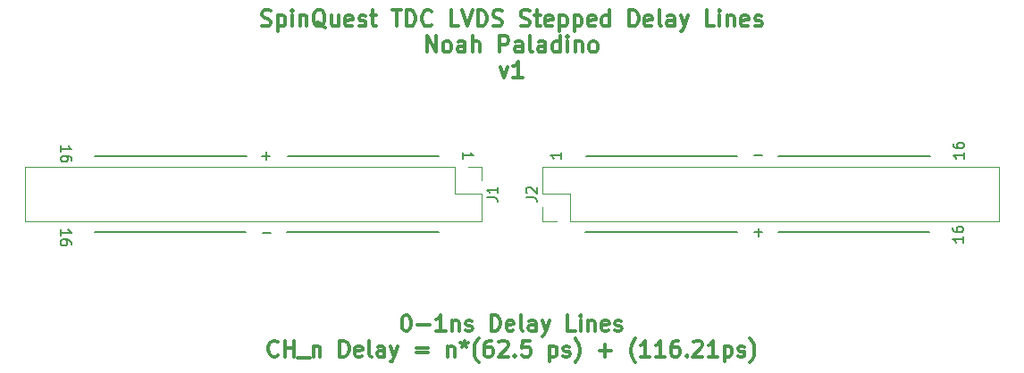
<source format=gbr>
%TF.GenerationSoftware,KiCad,Pcbnew,9.0.0*%
%TF.CreationDate,2025-03-14T15:21:30-04:00*%
%TF.ProjectId,LVDelay,4c564465-6c61-4792-9e6b-696361645f70,rev?*%
%TF.SameCoordinates,Original*%
%TF.FileFunction,Legend,Top*%
%TF.FilePolarity,Positive*%
%FSLAX46Y46*%
G04 Gerber Fmt 4.6, Leading zero omitted, Abs format (unit mm)*
G04 Created by KiCad (PCBNEW 9.0.0) date 2025-03-14 15:21:30*
%MOMM*%
%LPD*%
G01*
G04 APERTURE LIST*
%ADD10C,0.304800*%
%ADD11C,0.300000*%
%ADD12C,0.150000*%
%ADD13C,0.120000*%
G04 APERTURE END LIST*
D10*
X77397428Y-56329055D02*
X77615143Y-56401626D01*
X77615143Y-56401626D02*
X77978000Y-56401626D01*
X77978000Y-56401626D02*
X78123143Y-56329055D01*
X78123143Y-56329055D02*
X78195714Y-56256483D01*
X78195714Y-56256483D02*
X78268285Y-56111340D01*
X78268285Y-56111340D02*
X78268285Y-55966197D01*
X78268285Y-55966197D02*
X78195714Y-55821055D01*
X78195714Y-55821055D02*
X78123143Y-55748483D01*
X78123143Y-55748483D02*
X77978000Y-55675912D01*
X77978000Y-55675912D02*
X77687714Y-55603340D01*
X77687714Y-55603340D02*
X77542571Y-55530769D01*
X77542571Y-55530769D02*
X77470000Y-55458197D01*
X77470000Y-55458197D02*
X77397428Y-55313055D01*
X77397428Y-55313055D02*
X77397428Y-55167912D01*
X77397428Y-55167912D02*
X77470000Y-55022769D01*
X77470000Y-55022769D02*
X77542571Y-54950197D01*
X77542571Y-54950197D02*
X77687714Y-54877626D01*
X77687714Y-54877626D02*
X78050571Y-54877626D01*
X78050571Y-54877626D02*
X78268285Y-54950197D01*
X78921429Y-55385626D02*
X78921429Y-56909626D01*
X78921429Y-55458197D02*
X79066572Y-55385626D01*
X79066572Y-55385626D02*
X79356857Y-55385626D01*
X79356857Y-55385626D02*
X79502000Y-55458197D01*
X79502000Y-55458197D02*
X79574572Y-55530769D01*
X79574572Y-55530769D02*
X79647143Y-55675912D01*
X79647143Y-55675912D02*
X79647143Y-56111340D01*
X79647143Y-56111340D02*
X79574572Y-56256483D01*
X79574572Y-56256483D02*
X79502000Y-56329055D01*
X79502000Y-56329055D02*
X79356857Y-56401626D01*
X79356857Y-56401626D02*
X79066572Y-56401626D01*
X79066572Y-56401626D02*
X78921429Y-56329055D01*
X80300286Y-56401626D02*
X80300286Y-55385626D01*
X80300286Y-54877626D02*
X80227714Y-54950197D01*
X80227714Y-54950197D02*
X80300286Y-55022769D01*
X80300286Y-55022769D02*
X80372857Y-54950197D01*
X80372857Y-54950197D02*
X80300286Y-54877626D01*
X80300286Y-54877626D02*
X80300286Y-55022769D01*
X81026000Y-55385626D02*
X81026000Y-56401626D01*
X81026000Y-55530769D02*
X81098571Y-55458197D01*
X81098571Y-55458197D02*
X81243714Y-55385626D01*
X81243714Y-55385626D02*
X81461428Y-55385626D01*
X81461428Y-55385626D02*
X81606571Y-55458197D01*
X81606571Y-55458197D02*
X81679143Y-55603340D01*
X81679143Y-55603340D02*
X81679143Y-56401626D01*
X83420857Y-56546769D02*
X83275714Y-56474197D01*
X83275714Y-56474197D02*
X83130571Y-56329055D01*
X83130571Y-56329055D02*
X82912857Y-56111340D01*
X82912857Y-56111340D02*
X82767714Y-56038769D01*
X82767714Y-56038769D02*
X82622571Y-56038769D01*
X82695142Y-56401626D02*
X82550000Y-56329055D01*
X82550000Y-56329055D02*
X82404857Y-56183912D01*
X82404857Y-56183912D02*
X82332285Y-55893626D01*
X82332285Y-55893626D02*
X82332285Y-55385626D01*
X82332285Y-55385626D02*
X82404857Y-55095340D01*
X82404857Y-55095340D02*
X82550000Y-54950197D01*
X82550000Y-54950197D02*
X82695142Y-54877626D01*
X82695142Y-54877626D02*
X82985428Y-54877626D01*
X82985428Y-54877626D02*
X83130571Y-54950197D01*
X83130571Y-54950197D02*
X83275714Y-55095340D01*
X83275714Y-55095340D02*
X83348285Y-55385626D01*
X83348285Y-55385626D02*
X83348285Y-55893626D01*
X83348285Y-55893626D02*
X83275714Y-56183912D01*
X83275714Y-56183912D02*
X83130571Y-56329055D01*
X83130571Y-56329055D02*
X82985428Y-56401626D01*
X82985428Y-56401626D02*
X82695142Y-56401626D01*
X84654571Y-55385626D02*
X84654571Y-56401626D01*
X84001428Y-55385626D02*
X84001428Y-56183912D01*
X84001428Y-56183912D02*
X84073999Y-56329055D01*
X84073999Y-56329055D02*
X84219142Y-56401626D01*
X84219142Y-56401626D02*
X84436856Y-56401626D01*
X84436856Y-56401626D02*
X84581999Y-56329055D01*
X84581999Y-56329055D02*
X84654571Y-56256483D01*
X85960856Y-56329055D02*
X85815713Y-56401626D01*
X85815713Y-56401626D02*
X85525428Y-56401626D01*
X85525428Y-56401626D02*
X85380285Y-56329055D01*
X85380285Y-56329055D02*
X85307713Y-56183912D01*
X85307713Y-56183912D02*
X85307713Y-55603340D01*
X85307713Y-55603340D02*
X85380285Y-55458197D01*
X85380285Y-55458197D02*
X85525428Y-55385626D01*
X85525428Y-55385626D02*
X85815713Y-55385626D01*
X85815713Y-55385626D02*
X85960856Y-55458197D01*
X85960856Y-55458197D02*
X86033428Y-55603340D01*
X86033428Y-55603340D02*
X86033428Y-55748483D01*
X86033428Y-55748483D02*
X85307713Y-55893626D01*
X86613999Y-56329055D02*
X86759142Y-56401626D01*
X86759142Y-56401626D02*
X87049428Y-56401626D01*
X87049428Y-56401626D02*
X87194571Y-56329055D01*
X87194571Y-56329055D02*
X87267142Y-56183912D01*
X87267142Y-56183912D02*
X87267142Y-56111340D01*
X87267142Y-56111340D02*
X87194571Y-55966197D01*
X87194571Y-55966197D02*
X87049428Y-55893626D01*
X87049428Y-55893626D02*
X86831714Y-55893626D01*
X86831714Y-55893626D02*
X86686571Y-55821055D01*
X86686571Y-55821055D02*
X86613999Y-55675912D01*
X86613999Y-55675912D02*
X86613999Y-55603340D01*
X86613999Y-55603340D02*
X86686571Y-55458197D01*
X86686571Y-55458197D02*
X86831714Y-55385626D01*
X86831714Y-55385626D02*
X87049428Y-55385626D01*
X87049428Y-55385626D02*
X87194571Y-55458197D01*
X87702570Y-55385626D02*
X88283142Y-55385626D01*
X87920285Y-54877626D02*
X87920285Y-56183912D01*
X87920285Y-56183912D02*
X87992856Y-56329055D01*
X87992856Y-56329055D02*
X88137999Y-56401626D01*
X88137999Y-56401626D02*
X88283142Y-56401626D01*
X89734570Y-54877626D02*
X90605428Y-54877626D01*
X90169999Y-56401626D02*
X90169999Y-54877626D01*
X91113428Y-56401626D02*
X91113428Y-54877626D01*
X91113428Y-54877626D02*
X91476285Y-54877626D01*
X91476285Y-54877626D02*
X91693999Y-54950197D01*
X91693999Y-54950197D02*
X91839142Y-55095340D01*
X91839142Y-55095340D02*
X91911713Y-55240483D01*
X91911713Y-55240483D02*
X91984285Y-55530769D01*
X91984285Y-55530769D02*
X91984285Y-55748483D01*
X91984285Y-55748483D02*
X91911713Y-56038769D01*
X91911713Y-56038769D02*
X91839142Y-56183912D01*
X91839142Y-56183912D02*
X91693999Y-56329055D01*
X91693999Y-56329055D02*
X91476285Y-56401626D01*
X91476285Y-56401626D02*
X91113428Y-56401626D01*
X93508285Y-56256483D02*
X93435713Y-56329055D01*
X93435713Y-56329055D02*
X93217999Y-56401626D01*
X93217999Y-56401626D02*
X93072856Y-56401626D01*
X93072856Y-56401626D02*
X92855142Y-56329055D01*
X92855142Y-56329055D02*
X92709999Y-56183912D01*
X92709999Y-56183912D02*
X92637428Y-56038769D01*
X92637428Y-56038769D02*
X92564856Y-55748483D01*
X92564856Y-55748483D02*
X92564856Y-55530769D01*
X92564856Y-55530769D02*
X92637428Y-55240483D01*
X92637428Y-55240483D02*
X92709999Y-55095340D01*
X92709999Y-55095340D02*
X92855142Y-54950197D01*
X92855142Y-54950197D02*
X93072856Y-54877626D01*
X93072856Y-54877626D02*
X93217999Y-54877626D01*
X93217999Y-54877626D02*
X93435713Y-54950197D01*
X93435713Y-54950197D02*
X93508285Y-55022769D01*
X96048285Y-56401626D02*
X95322571Y-56401626D01*
X95322571Y-56401626D02*
X95322571Y-54877626D01*
X96338570Y-54877626D02*
X96846570Y-56401626D01*
X96846570Y-56401626D02*
X97354570Y-54877626D01*
X97862571Y-56401626D02*
X97862571Y-54877626D01*
X97862571Y-54877626D02*
X98225428Y-54877626D01*
X98225428Y-54877626D02*
X98443142Y-54950197D01*
X98443142Y-54950197D02*
X98588285Y-55095340D01*
X98588285Y-55095340D02*
X98660856Y-55240483D01*
X98660856Y-55240483D02*
X98733428Y-55530769D01*
X98733428Y-55530769D02*
X98733428Y-55748483D01*
X98733428Y-55748483D02*
X98660856Y-56038769D01*
X98660856Y-56038769D02*
X98588285Y-56183912D01*
X98588285Y-56183912D02*
X98443142Y-56329055D01*
X98443142Y-56329055D02*
X98225428Y-56401626D01*
X98225428Y-56401626D02*
X97862571Y-56401626D01*
X99313999Y-56329055D02*
X99531714Y-56401626D01*
X99531714Y-56401626D02*
X99894571Y-56401626D01*
X99894571Y-56401626D02*
X100039714Y-56329055D01*
X100039714Y-56329055D02*
X100112285Y-56256483D01*
X100112285Y-56256483D02*
X100184856Y-56111340D01*
X100184856Y-56111340D02*
X100184856Y-55966197D01*
X100184856Y-55966197D02*
X100112285Y-55821055D01*
X100112285Y-55821055D02*
X100039714Y-55748483D01*
X100039714Y-55748483D02*
X99894571Y-55675912D01*
X99894571Y-55675912D02*
X99604285Y-55603340D01*
X99604285Y-55603340D02*
X99459142Y-55530769D01*
X99459142Y-55530769D02*
X99386571Y-55458197D01*
X99386571Y-55458197D02*
X99313999Y-55313055D01*
X99313999Y-55313055D02*
X99313999Y-55167912D01*
X99313999Y-55167912D02*
X99386571Y-55022769D01*
X99386571Y-55022769D02*
X99459142Y-54950197D01*
X99459142Y-54950197D02*
X99604285Y-54877626D01*
X99604285Y-54877626D02*
X99967142Y-54877626D01*
X99967142Y-54877626D02*
X100184856Y-54950197D01*
X101926571Y-56329055D02*
X102144286Y-56401626D01*
X102144286Y-56401626D02*
X102507143Y-56401626D01*
X102507143Y-56401626D02*
X102652286Y-56329055D01*
X102652286Y-56329055D02*
X102724857Y-56256483D01*
X102724857Y-56256483D02*
X102797428Y-56111340D01*
X102797428Y-56111340D02*
X102797428Y-55966197D01*
X102797428Y-55966197D02*
X102724857Y-55821055D01*
X102724857Y-55821055D02*
X102652286Y-55748483D01*
X102652286Y-55748483D02*
X102507143Y-55675912D01*
X102507143Y-55675912D02*
X102216857Y-55603340D01*
X102216857Y-55603340D02*
X102071714Y-55530769D01*
X102071714Y-55530769D02*
X101999143Y-55458197D01*
X101999143Y-55458197D02*
X101926571Y-55313055D01*
X101926571Y-55313055D02*
X101926571Y-55167912D01*
X101926571Y-55167912D02*
X101999143Y-55022769D01*
X101999143Y-55022769D02*
X102071714Y-54950197D01*
X102071714Y-54950197D02*
X102216857Y-54877626D01*
X102216857Y-54877626D02*
X102579714Y-54877626D01*
X102579714Y-54877626D02*
X102797428Y-54950197D01*
X103232857Y-55385626D02*
X103813429Y-55385626D01*
X103450572Y-54877626D02*
X103450572Y-56183912D01*
X103450572Y-56183912D02*
X103523143Y-56329055D01*
X103523143Y-56329055D02*
X103668286Y-56401626D01*
X103668286Y-56401626D02*
X103813429Y-56401626D01*
X104902000Y-56329055D02*
X104756857Y-56401626D01*
X104756857Y-56401626D02*
X104466572Y-56401626D01*
X104466572Y-56401626D02*
X104321429Y-56329055D01*
X104321429Y-56329055D02*
X104248857Y-56183912D01*
X104248857Y-56183912D02*
X104248857Y-55603340D01*
X104248857Y-55603340D02*
X104321429Y-55458197D01*
X104321429Y-55458197D02*
X104466572Y-55385626D01*
X104466572Y-55385626D02*
X104756857Y-55385626D01*
X104756857Y-55385626D02*
X104902000Y-55458197D01*
X104902000Y-55458197D02*
X104974572Y-55603340D01*
X104974572Y-55603340D02*
X104974572Y-55748483D01*
X104974572Y-55748483D02*
X104248857Y-55893626D01*
X105627715Y-55385626D02*
X105627715Y-56909626D01*
X105627715Y-55458197D02*
X105772858Y-55385626D01*
X105772858Y-55385626D02*
X106063143Y-55385626D01*
X106063143Y-55385626D02*
X106208286Y-55458197D01*
X106208286Y-55458197D02*
X106280858Y-55530769D01*
X106280858Y-55530769D02*
X106353429Y-55675912D01*
X106353429Y-55675912D02*
X106353429Y-56111340D01*
X106353429Y-56111340D02*
X106280858Y-56256483D01*
X106280858Y-56256483D02*
X106208286Y-56329055D01*
X106208286Y-56329055D02*
X106063143Y-56401626D01*
X106063143Y-56401626D02*
X105772858Y-56401626D01*
X105772858Y-56401626D02*
X105627715Y-56329055D01*
X107006572Y-55385626D02*
X107006572Y-56909626D01*
X107006572Y-55458197D02*
X107151715Y-55385626D01*
X107151715Y-55385626D02*
X107442000Y-55385626D01*
X107442000Y-55385626D02*
X107587143Y-55458197D01*
X107587143Y-55458197D02*
X107659715Y-55530769D01*
X107659715Y-55530769D02*
X107732286Y-55675912D01*
X107732286Y-55675912D02*
X107732286Y-56111340D01*
X107732286Y-56111340D02*
X107659715Y-56256483D01*
X107659715Y-56256483D02*
X107587143Y-56329055D01*
X107587143Y-56329055D02*
X107442000Y-56401626D01*
X107442000Y-56401626D02*
X107151715Y-56401626D01*
X107151715Y-56401626D02*
X107006572Y-56329055D01*
X108966000Y-56329055D02*
X108820857Y-56401626D01*
X108820857Y-56401626D02*
X108530572Y-56401626D01*
X108530572Y-56401626D02*
X108385429Y-56329055D01*
X108385429Y-56329055D02*
X108312857Y-56183912D01*
X108312857Y-56183912D02*
X108312857Y-55603340D01*
X108312857Y-55603340D02*
X108385429Y-55458197D01*
X108385429Y-55458197D02*
X108530572Y-55385626D01*
X108530572Y-55385626D02*
X108820857Y-55385626D01*
X108820857Y-55385626D02*
X108966000Y-55458197D01*
X108966000Y-55458197D02*
X109038572Y-55603340D01*
X109038572Y-55603340D02*
X109038572Y-55748483D01*
X109038572Y-55748483D02*
X108312857Y-55893626D01*
X110344858Y-56401626D02*
X110344858Y-54877626D01*
X110344858Y-56329055D02*
X110199715Y-56401626D01*
X110199715Y-56401626D02*
X109909429Y-56401626D01*
X109909429Y-56401626D02*
X109764286Y-56329055D01*
X109764286Y-56329055D02*
X109691715Y-56256483D01*
X109691715Y-56256483D02*
X109619143Y-56111340D01*
X109619143Y-56111340D02*
X109619143Y-55675912D01*
X109619143Y-55675912D02*
X109691715Y-55530769D01*
X109691715Y-55530769D02*
X109764286Y-55458197D01*
X109764286Y-55458197D02*
X109909429Y-55385626D01*
X109909429Y-55385626D02*
X110199715Y-55385626D01*
X110199715Y-55385626D02*
X110344858Y-55458197D01*
X112231715Y-56401626D02*
X112231715Y-54877626D01*
X112231715Y-54877626D02*
X112594572Y-54877626D01*
X112594572Y-54877626D02*
X112812286Y-54950197D01*
X112812286Y-54950197D02*
X112957429Y-55095340D01*
X112957429Y-55095340D02*
X113030000Y-55240483D01*
X113030000Y-55240483D02*
X113102572Y-55530769D01*
X113102572Y-55530769D02*
X113102572Y-55748483D01*
X113102572Y-55748483D02*
X113030000Y-56038769D01*
X113030000Y-56038769D02*
X112957429Y-56183912D01*
X112957429Y-56183912D02*
X112812286Y-56329055D01*
X112812286Y-56329055D02*
X112594572Y-56401626D01*
X112594572Y-56401626D02*
X112231715Y-56401626D01*
X114336286Y-56329055D02*
X114191143Y-56401626D01*
X114191143Y-56401626D02*
X113900858Y-56401626D01*
X113900858Y-56401626D02*
X113755715Y-56329055D01*
X113755715Y-56329055D02*
X113683143Y-56183912D01*
X113683143Y-56183912D02*
X113683143Y-55603340D01*
X113683143Y-55603340D02*
X113755715Y-55458197D01*
X113755715Y-55458197D02*
X113900858Y-55385626D01*
X113900858Y-55385626D02*
X114191143Y-55385626D01*
X114191143Y-55385626D02*
X114336286Y-55458197D01*
X114336286Y-55458197D02*
X114408858Y-55603340D01*
X114408858Y-55603340D02*
X114408858Y-55748483D01*
X114408858Y-55748483D02*
X113683143Y-55893626D01*
X115279715Y-56401626D02*
X115134572Y-56329055D01*
X115134572Y-56329055D02*
X115062001Y-56183912D01*
X115062001Y-56183912D02*
X115062001Y-54877626D01*
X116513430Y-56401626D02*
X116513430Y-55603340D01*
X116513430Y-55603340D02*
X116440858Y-55458197D01*
X116440858Y-55458197D02*
X116295715Y-55385626D01*
X116295715Y-55385626D02*
X116005430Y-55385626D01*
X116005430Y-55385626D02*
X115860287Y-55458197D01*
X116513430Y-56329055D02*
X116368287Y-56401626D01*
X116368287Y-56401626D02*
X116005430Y-56401626D01*
X116005430Y-56401626D02*
X115860287Y-56329055D01*
X115860287Y-56329055D02*
X115787715Y-56183912D01*
X115787715Y-56183912D02*
X115787715Y-56038769D01*
X115787715Y-56038769D02*
X115860287Y-55893626D01*
X115860287Y-55893626D02*
X116005430Y-55821055D01*
X116005430Y-55821055D02*
X116368287Y-55821055D01*
X116368287Y-55821055D02*
X116513430Y-55748483D01*
X117094001Y-55385626D02*
X117456858Y-56401626D01*
X117819715Y-55385626D02*
X117456858Y-56401626D01*
X117456858Y-56401626D02*
X117311715Y-56764483D01*
X117311715Y-56764483D02*
X117239144Y-56837055D01*
X117239144Y-56837055D02*
X117094001Y-56909626D01*
X120287144Y-56401626D02*
X119561430Y-56401626D01*
X119561430Y-56401626D02*
X119561430Y-54877626D01*
X120795144Y-56401626D02*
X120795144Y-55385626D01*
X120795144Y-54877626D02*
X120722572Y-54950197D01*
X120722572Y-54950197D02*
X120795144Y-55022769D01*
X120795144Y-55022769D02*
X120867715Y-54950197D01*
X120867715Y-54950197D02*
X120795144Y-54877626D01*
X120795144Y-54877626D02*
X120795144Y-55022769D01*
X121520858Y-55385626D02*
X121520858Y-56401626D01*
X121520858Y-55530769D02*
X121593429Y-55458197D01*
X121593429Y-55458197D02*
X121738572Y-55385626D01*
X121738572Y-55385626D02*
X121956286Y-55385626D01*
X121956286Y-55385626D02*
X122101429Y-55458197D01*
X122101429Y-55458197D02*
X122174001Y-55603340D01*
X122174001Y-55603340D02*
X122174001Y-56401626D01*
X123480286Y-56329055D02*
X123335143Y-56401626D01*
X123335143Y-56401626D02*
X123044858Y-56401626D01*
X123044858Y-56401626D02*
X122899715Y-56329055D01*
X122899715Y-56329055D02*
X122827143Y-56183912D01*
X122827143Y-56183912D02*
X122827143Y-55603340D01*
X122827143Y-55603340D02*
X122899715Y-55458197D01*
X122899715Y-55458197D02*
X123044858Y-55385626D01*
X123044858Y-55385626D02*
X123335143Y-55385626D01*
X123335143Y-55385626D02*
X123480286Y-55458197D01*
X123480286Y-55458197D02*
X123552858Y-55603340D01*
X123552858Y-55603340D02*
X123552858Y-55748483D01*
X123552858Y-55748483D02*
X122827143Y-55893626D01*
X124133429Y-56329055D02*
X124278572Y-56401626D01*
X124278572Y-56401626D02*
X124568858Y-56401626D01*
X124568858Y-56401626D02*
X124714001Y-56329055D01*
X124714001Y-56329055D02*
X124786572Y-56183912D01*
X124786572Y-56183912D02*
X124786572Y-56111340D01*
X124786572Y-56111340D02*
X124714001Y-55966197D01*
X124714001Y-55966197D02*
X124568858Y-55893626D01*
X124568858Y-55893626D02*
X124351144Y-55893626D01*
X124351144Y-55893626D02*
X124206001Y-55821055D01*
X124206001Y-55821055D02*
X124133429Y-55675912D01*
X124133429Y-55675912D02*
X124133429Y-55603340D01*
X124133429Y-55603340D02*
X124206001Y-55458197D01*
X124206001Y-55458197D02*
X124351144Y-55385626D01*
X124351144Y-55385626D02*
X124568858Y-55385626D01*
X124568858Y-55385626D02*
X124714001Y-55458197D01*
X93036572Y-58855181D02*
X93036572Y-57331181D01*
X93036572Y-57331181D02*
X93907429Y-58855181D01*
X93907429Y-58855181D02*
X93907429Y-57331181D01*
X94850857Y-58855181D02*
X94705714Y-58782610D01*
X94705714Y-58782610D02*
X94633143Y-58710038D01*
X94633143Y-58710038D02*
X94560571Y-58564895D01*
X94560571Y-58564895D02*
X94560571Y-58129467D01*
X94560571Y-58129467D02*
X94633143Y-57984324D01*
X94633143Y-57984324D02*
X94705714Y-57911752D01*
X94705714Y-57911752D02*
X94850857Y-57839181D01*
X94850857Y-57839181D02*
X95068571Y-57839181D01*
X95068571Y-57839181D02*
X95213714Y-57911752D01*
X95213714Y-57911752D02*
X95286286Y-57984324D01*
X95286286Y-57984324D02*
X95358857Y-58129467D01*
X95358857Y-58129467D02*
X95358857Y-58564895D01*
X95358857Y-58564895D02*
X95286286Y-58710038D01*
X95286286Y-58710038D02*
X95213714Y-58782610D01*
X95213714Y-58782610D02*
X95068571Y-58855181D01*
X95068571Y-58855181D02*
X94850857Y-58855181D01*
X96665143Y-58855181D02*
X96665143Y-58056895D01*
X96665143Y-58056895D02*
X96592571Y-57911752D01*
X96592571Y-57911752D02*
X96447428Y-57839181D01*
X96447428Y-57839181D02*
X96157143Y-57839181D01*
X96157143Y-57839181D02*
X96012000Y-57911752D01*
X96665143Y-58782610D02*
X96520000Y-58855181D01*
X96520000Y-58855181D02*
X96157143Y-58855181D01*
X96157143Y-58855181D02*
X96012000Y-58782610D01*
X96012000Y-58782610D02*
X95939428Y-58637467D01*
X95939428Y-58637467D02*
X95939428Y-58492324D01*
X95939428Y-58492324D02*
X96012000Y-58347181D01*
X96012000Y-58347181D02*
X96157143Y-58274610D01*
X96157143Y-58274610D02*
X96520000Y-58274610D01*
X96520000Y-58274610D02*
X96665143Y-58202038D01*
X97390857Y-58855181D02*
X97390857Y-57331181D01*
X98044000Y-58855181D02*
X98044000Y-58056895D01*
X98044000Y-58056895D02*
X97971428Y-57911752D01*
X97971428Y-57911752D02*
X97826285Y-57839181D01*
X97826285Y-57839181D02*
X97608571Y-57839181D01*
X97608571Y-57839181D02*
X97463428Y-57911752D01*
X97463428Y-57911752D02*
X97390857Y-57984324D01*
X99930857Y-58855181D02*
X99930857Y-57331181D01*
X99930857Y-57331181D02*
X100511428Y-57331181D01*
X100511428Y-57331181D02*
X100656571Y-57403752D01*
X100656571Y-57403752D02*
X100729142Y-57476324D01*
X100729142Y-57476324D02*
X100801714Y-57621467D01*
X100801714Y-57621467D02*
X100801714Y-57839181D01*
X100801714Y-57839181D02*
X100729142Y-57984324D01*
X100729142Y-57984324D02*
X100656571Y-58056895D01*
X100656571Y-58056895D02*
X100511428Y-58129467D01*
X100511428Y-58129467D02*
X99930857Y-58129467D01*
X102108000Y-58855181D02*
X102108000Y-58056895D01*
X102108000Y-58056895D02*
X102035428Y-57911752D01*
X102035428Y-57911752D02*
X101890285Y-57839181D01*
X101890285Y-57839181D02*
X101600000Y-57839181D01*
X101600000Y-57839181D02*
X101454857Y-57911752D01*
X102108000Y-58782610D02*
X101962857Y-58855181D01*
X101962857Y-58855181D02*
X101600000Y-58855181D01*
X101600000Y-58855181D02*
X101454857Y-58782610D01*
X101454857Y-58782610D02*
X101382285Y-58637467D01*
X101382285Y-58637467D02*
X101382285Y-58492324D01*
X101382285Y-58492324D02*
X101454857Y-58347181D01*
X101454857Y-58347181D02*
X101600000Y-58274610D01*
X101600000Y-58274610D02*
X101962857Y-58274610D01*
X101962857Y-58274610D02*
X102108000Y-58202038D01*
X103051428Y-58855181D02*
X102906285Y-58782610D01*
X102906285Y-58782610D02*
X102833714Y-58637467D01*
X102833714Y-58637467D02*
X102833714Y-57331181D01*
X104285143Y-58855181D02*
X104285143Y-58056895D01*
X104285143Y-58056895D02*
X104212571Y-57911752D01*
X104212571Y-57911752D02*
X104067428Y-57839181D01*
X104067428Y-57839181D02*
X103777143Y-57839181D01*
X103777143Y-57839181D02*
X103632000Y-57911752D01*
X104285143Y-58782610D02*
X104140000Y-58855181D01*
X104140000Y-58855181D02*
X103777143Y-58855181D01*
X103777143Y-58855181D02*
X103632000Y-58782610D01*
X103632000Y-58782610D02*
X103559428Y-58637467D01*
X103559428Y-58637467D02*
X103559428Y-58492324D01*
X103559428Y-58492324D02*
X103632000Y-58347181D01*
X103632000Y-58347181D02*
X103777143Y-58274610D01*
X103777143Y-58274610D02*
X104140000Y-58274610D01*
X104140000Y-58274610D02*
X104285143Y-58202038D01*
X105664000Y-58855181D02*
X105664000Y-57331181D01*
X105664000Y-58782610D02*
X105518857Y-58855181D01*
X105518857Y-58855181D02*
X105228571Y-58855181D01*
X105228571Y-58855181D02*
X105083428Y-58782610D01*
X105083428Y-58782610D02*
X105010857Y-58710038D01*
X105010857Y-58710038D02*
X104938285Y-58564895D01*
X104938285Y-58564895D02*
X104938285Y-58129467D01*
X104938285Y-58129467D02*
X105010857Y-57984324D01*
X105010857Y-57984324D02*
X105083428Y-57911752D01*
X105083428Y-57911752D02*
X105228571Y-57839181D01*
X105228571Y-57839181D02*
X105518857Y-57839181D01*
X105518857Y-57839181D02*
X105664000Y-57911752D01*
X106389714Y-58855181D02*
X106389714Y-57839181D01*
X106389714Y-57331181D02*
X106317142Y-57403752D01*
X106317142Y-57403752D02*
X106389714Y-57476324D01*
X106389714Y-57476324D02*
X106462285Y-57403752D01*
X106462285Y-57403752D02*
X106389714Y-57331181D01*
X106389714Y-57331181D02*
X106389714Y-57476324D01*
X107115428Y-57839181D02*
X107115428Y-58855181D01*
X107115428Y-57984324D02*
X107187999Y-57911752D01*
X107187999Y-57911752D02*
X107333142Y-57839181D01*
X107333142Y-57839181D02*
X107550856Y-57839181D01*
X107550856Y-57839181D02*
X107695999Y-57911752D01*
X107695999Y-57911752D02*
X107768571Y-58056895D01*
X107768571Y-58056895D02*
X107768571Y-58855181D01*
X108711999Y-58855181D02*
X108566856Y-58782610D01*
X108566856Y-58782610D02*
X108494285Y-58710038D01*
X108494285Y-58710038D02*
X108421713Y-58564895D01*
X108421713Y-58564895D02*
X108421713Y-58129467D01*
X108421713Y-58129467D02*
X108494285Y-57984324D01*
X108494285Y-57984324D02*
X108566856Y-57911752D01*
X108566856Y-57911752D02*
X108711999Y-57839181D01*
X108711999Y-57839181D02*
X108929713Y-57839181D01*
X108929713Y-57839181D02*
X109074856Y-57911752D01*
X109074856Y-57911752D02*
X109147428Y-57984324D01*
X109147428Y-57984324D02*
X109219999Y-58129467D01*
X109219999Y-58129467D02*
X109219999Y-58564895D01*
X109219999Y-58564895D02*
X109147428Y-58710038D01*
X109147428Y-58710038D02*
X109074856Y-58782610D01*
X109074856Y-58782610D02*
X108929713Y-58855181D01*
X108929713Y-58855181D02*
X108711999Y-58855181D01*
X100003428Y-60292736D02*
X100366285Y-61308736D01*
X100366285Y-61308736D02*
X100729142Y-60292736D01*
X102107999Y-61308736D02*
X101237142Y-61308736D01*
X101672571Y-61308736D02*
X101672571Y-59784736D01*
X101672571Y-59784736D02*
X101527428Y-60002450D01*
X101527428Y-60002450D02*
X101382285Y-60147593D01*
X101382285Y-60147593D02*
X101237142Y-60220165D01*
D11*
X91020572Y-83822870D02*
X91163429Y-83822870D01*
X91163429Y-83822870D02*
X91306286Y-83894299D01*
X91306286Y-83894299D02*
X91377715Y-83965727D01*
X91377715Y-83965727D02*
X91449143Y-84108584D01*
X91449143Y-84108584D02*
X91520572Y-84394299D01*
X91520572Y-84394299D02*
X91520572Y-84751442D01*
X91520572Y-84751442D02*
X91449143Y-85037156D01*
X91449143Y-85037156D02*
X91377715Y-85180013D01*
X91377715Y-85180013D02*
X91306286Y-85251442D01*
X91306286Y-85251442D02*
X91163429Y-85322870D01*
X91163429Y-85322870D02*
X91020572Y-85322870D01*
X91020572Y-85322870D02*
X90877715Y-85251442D01*
X90877715Y-85251442D02*
X90806286Y-85180013D01*
X90806286Y-85180013D02*
X90734857Y-85037156D01*
X90734857Y-85037156D02*
X90663429Y-84751442D01*
X90663429Y-84751442D02*
X90663429Y-84394299D01*
X90663429Y-84394299D02*
X90734857Y-84108584D01*
X90734857Y-84108584D02*
X90806286Y-83965727D01*
X90806286Y-83965727D02*
X90877715Y-83894299D01*
X90877715Y-83894299D02*
X91020572Y-83822870D01*
X92163428Y-84751442D02*
X93306286Y-84751442D01*
X94806286Y-85322870D02*
X93949143Y-85322870D01*
X94377714Y-85322870D02*
X94377714Y-83822870D01*
X94377714Y-83822870D02*
X94234857Y-84037156D01*
X94234857Y-84037156D02*
X94092000Y-84180013D01*
X94092000Y-84180013D02*
X93949143Y-84251442D01*
X95449142Y-84322870D02*
X95449142Y-85322870D01*
X95449142Y-84465727D02*
X95520571Y-84394299D01*
X95520571Y-84394299D02*
X95663428Y-84322870D01*
X95663428Y-84322870D02*
X95877714Y-84322870D01*
X95877714Y-84322870D02*
X96020571Y-84394299D01*
X96020571Y-84394299D02*
X96092000Y-84537156D01*
X96092000Y-84537156D02*
X96092000Y-85322870D01*
X96734857Y-85251442D02*
X96877714Y-85322870D01*
X96877714Y-85322870D02*
X97163428Y-85322870D01*
X97163428Y-85322870D02*
X97306285Y-85251442D01*
X97306285Y-85251442D02*
X97377714Y-85108584D01*
X97377714Y-85108584D02*
X97377714Y-85037156D01*
X97377714Y-85037156D02*
X97306285Y-84894299D01*
X97306285Y-84894299D02*
X97163428Y-84822870D01*
X97163428Y-84822870D02*
X96949143Y-84822870D01*
X96949143Y-84822870D02*
X96806285Y-84751442D01*
X96806285Y-84751442D02*
X96734857Y-84608584D01*
X96734857Y-84608584D02*
X96734857Y-84537156D01*
X96734857Y-84537156D02*
X96806285Y-84394299D01*
X96806285Y-84394299D02*
X96949143Y-84322870D01*
X96949143Y-84322870D02*
X97163428Y-84322870D01*
X97163428Y-84322870D02*
X97306285Y-84394299D01*
X99163428Y-85322870D02*
X99163428Y-83822870D01*
X99163428Y-83822870D02*
X99520571Y-83822870D01*
X99520571Y-83822870D02*
X99734857Y-83894299D01*
X99734857Y-83894299D02*
X99877714Y-84037156D01*
X99877714Y-84037156D02*
X99949143Y-84180013D01*
X99949143Y-84180013D02*
X100020571Y-84465727D01*
X100020571Y-84465727D02*
X100020571Y-84680013D01*
X100020571Y-84680013D02*
X99949143Y-84965727D01*
X99949143Y-84965727D02*
X99877714Y-85108584D01*
X99877714Y-85108584D02*
X99734857Y-85251442D01*
X99734857Y-85251442D02*
X99520571Y-85322870D01*
X99520571Y-85322870D02*
X99163428Y-85322870D01*
X101234857Y-85251442D02*
X101092000Y-85322870D01*
X101092000Y-85322870D02*
X100806286Y-85322870D01*
X100806286Y-85322870D02*
X100663428Y-85251442D01*
X100663428Y-85251442D02*
X100592000Y-85108584D01*
X100592000Y-85108584D02*
X100592000Y-84537156D01*
X100592000Y-84537156D02*
X100663428Y-84394299D01*
X100663428Y-84394299D02*
X100806286Y-84322870D01*
X100806286Y-84322870D02*
X101092000Y-84322870D01*
X101092000Y-84322870D02*
X101234857Y-84394299D01*
X101234857Y-84394299D02*
X101306286Y-84537156D01*
X101306286Y-84537156D02*
X101306286Y-84680013D01*
X101306286Y-84680013D02*
X100592000Y-84822870D01*
X102163428Y-85322870D02*
X102020571Y-85251442D01*
X102020571Y-85251442D02*
X101949142Y-85108584D01*
X101949142Y-85108584D02*
X101949142Y-83822870D01*
X103377714Y-85322870D02*
X103377714Y-84537156D01*
X103377714Y-84537156D02*
X103306285Y-84394299D01*
X103306285Y-84394299D02*
X103163428Y-84322870D01*
X103163428Y-84322870D02*
X102877714Y-84322870D01*
X102877714Y-84322870D02*
X102734856Y-84394299D01*
X103377714Y-85251442D02*
X103234856Y-85322870D01*
X103234856Y-85322870D02*
X102877714Y-85322870D01*
X102877714Y-85322870D02*
X102734856Y-85251442D01*
X102734856Y-85251442D02*
X102663428Y-85108584D01*
X102663428Y-85108584D02*
X102663428Y-84965727D01*
X102663428Y-84965727D02*
X102734856Y-84822870D01*
X102734856Y-84822870D02*
X102877714Y-84751442D01*
X102877714Y-84751442D02*
X103234856Y-84751442D01*
X103234856Y-84751442D02*
X103377714Y-84680013D01*
X103949142Y-84322870D02*
X104306285Y-85322870D01*
X104663428Y-84322870D02*
X104306285Y-85322870D01*
X104306285Y-85322870D02*
X104163428Y-85680013D01*
X104163428Y-85680013D02*
X104091999Y-85751442D01*
X104091999Y-85751442D02*
X103949142Y-85822870D01*
X107091999Y-85322870D02*
X106377713Y-85322870D01*
X106377713Y-85322870D02*
X106377713Y-83822870D01*
X107591999Y-85322870D02*
X107591999Y-84322870D01*
X107591999Y-83822870D02*
X107520571Y-83894299D01*
X107520571Y-83894299D02*
X107591999Y-83965727D01*
X107591999Y-83965727D02*
X107663428Y-83894299D01*
X107663428Y-83894299D02*
X107591999Y-83822870D01*
X107591999Y-83822870D02*
X107591999Y-83965727D01*
X108306285Y-84322870D02*
X108306285Y-85322870D01*
X108306285Y-84465727D02*
X108377714Y-84394299D01*
X108377714Y-84394299D02*
X108520571Y-84322870D01*
X108520571Y-84322870D02*
X108734857Y-84322870D01*
X108734857Y-84322870D02*
X108877714Y-84394299D01*
X108877714Y-84394299D02*
X108949143Y-84537156D01*
X108949143Y-84537156D02*
X108949143Y-85322870D01*
X110234857Y-85251442D02*
X110092000Y-85322870D01*
X110092000Y-85322870D02*
X109806286Y-85322870D01*
X109806286Y-85322870D02*
X109663428Y-85251442D01*
X109663428Y-85251442D02*
X109592000Y-85108584D01*
X109592000Y-85108584D02*
X109592000Y-84537156D01*
X109592000Y-84537156D02*
X109663428Y-84394299D01*
X109663428Y-84394299D02*
X109806286Y-84322870D01*
X109806286Y-84322870D02*
X110092000Y-84322870D01*
X110092000Y-84322870D02*
X110234857Y-84394299D01*
X110234857Y-84394299D02*
X110306286Y-84537156D01*
X110306286Y-84537156D02*
X110306286Y-84680013D01*
X110306286Y-84680013D02*
X109592000Y-84822870D01*
X110877714Y-85251442D02*
X111020571Y-85322870D01*
X111020571Y-85322870D02*
X111306285Y-85322870D01*
X111306285Y-85322870D02*
X111449142Y-85251442D01*
X111449142Y-85251442D02*
X111520571Y-85108584D01*
X111520571Y-85108584D02*
X111520571Y-85037156D01*
X111520571Y-85037156D02*
X111449142Y-84894299D01*
X111449142Y-84894299D02*
X111306285Y-84822870D01*
X111306285Y-84822870D02*
X111092000Y-84822870D01*
X111092000Y-84822870D02*
X110949142Y-84751442D01*
X110949142Y-84751442D02*
X110877714Y-84608584D01*
X110877714Y-84608584D02*
X110877714Y-84537156D01*
X110877714Y-84537156D02*
X110949142Y-84394299D01*
X110949142Y-84394299D02*
X111092000Y-84322870D01*
X111092000Y-84322870D02*
X111306285Y-84322870D01*
X111306285Y-84322870D02*
X111449142Y-84394299D01*
X78949144Y-87594929D02*
X78877716Y-87666358D01*
X78877716Y-87666358D02*
X78663430Y-87737786D01*
X78663430Y-87737786D02*
X78520573Y-87737786D01*
X78520573Y-87737786D02*
X78306287Y-87666358D01*
X78306287Y-87666358D02*
X78163430Y-87523500D01*
X78163430Y-87523500D02*
X78092001Y-87380643D01*
X78092001Y-87380643D02*
X78020573Y-87094929D01*
X78020573Y-87094929D02*
X78020573Y-86880643D01*
X78020573Y-86880643D02*
X78092001Y-86594929D01*
X78092001Y-86594929D02*
X78163430Y-86452072D01*
X78163430Y-86452072D02*
X78306287Y-86309215D01*
X78306287Y-86309215D02*
X78520573Y-86237786D01*
X78520573Y-86237786D02*
X78663430Y-86237786D01*
X78663430Y-86237786D02*
X78877716Y-86309215D01*
X78877716Y-86309215D02*
X78949144Y-86380643D01*
X79592001Y-87737786D02*
X79592001Y-86237786D01*
X79592001Y-86952072D02*
X80449144Y-86952072D01*
X80449144Y-87737786D02*
X80449144Y-86237786D01*
X80806288Y-87880643D02*
X81949145Y-87880643D01*
X82306287Y-86737786D02*
X82306287Y-87737786D01*
X82306287Y-86880643D02*
X82377716Y-86809215D01*
X82377716Y-86809215D02*
X82520573Y-86737786D01*
X82520573Y-86737786D02*
X82734859Y-86737786D01*
X82734859Y-86737786D02*
X82877716Y-86809215D01*
X82877716Y-86809215D02*
X82949145Y-86952072D01*
X82949145Y-86952072D02*
X82949145Y-87737786D01*
X84806287Y-87737786D02*
X84806287Y-86237786D01*
X84806287Y-86237786D02*
X85163430Y-86237786D01*
X85163430Y-86237786D02*
X85377716Y-86309215D01*
X85377716Y-86309215D02*
X85520573Y-86452072D01*
X85520573Y-86452072D02*
X85592002Y-86594929D01*
X85592002Y-86594929D02*
X85663430Y-86880643D01*
X85663430Y-86880643D02*
X85663430Y-87094929D01*
X85663430Y-87094929D02*
X85592002Y-87380643D01*
X85592002Y-87380643D02*
X85520573Y-87523500D01*
X85520573Y-87523500D02*
X85377716Y-87666358D01*
X85377716Y-87666358D02*
X85163430Y-87737786D01*
X85163430Y-87737786D02*
X84806287Y-87737786D01*
X86877716Y-87666358D02*
X86734859Y-87737786D01*
X86734859Y-87737786D02*
X86449145Y-87737786D01*
X86449145Y-87737786D02*
X86306287Y-87666358D01*
X86306287Y-87666358D02*
X86234859Y-87523500D01*
X86234859Y-87523500D02*
X86234859Y-86952072D01*
X86234859Y-86952072D02*
X86306287Y-86809215D01*
X86306287Y-86809215D02*
X86449145Y-86737786D01*
X86449145Y-86737786D02*
X86734859Y-86737786D01*
X86734859Y-86737786D02*
X86877716Y-86809215D01*
X86877716Y-86809215D02*
X86949145Y-86952072D01*
X86949145Y-86952072D02*
X86949145Y-87094929D01*
X86949145Y-87094929D02*
X86234859Y-87237786D01*
X87806287Y-87737786D02*
X87663430Y-87666358D01*
X87663430Y-87666358D02*
X87592001Y-87523500D01*
X87592001Y-87523500D02*
X87592001Y-86237786D01*
X89020573Y-87737786D02*
X89020573Y-86952072D01*
X89020573Y-86952072D02*
X88949144Y-86809215D01*
X88949144Y-86809215D02*
X88806287Y-86737786D01*
X88806287Y-86737786D02*
X88520573Y-86737786D01*
X88520573Y-86737786D02*
X88377715Y-86809215D01*
X89020573Y-87666358D02*
X88877715Y-87737786D01*
X88877715Y-87737786D02*
X88520573Y-87737786D01*
X88520573Y-87737786D02*
X88377715Y-87666358D01*
X88377715Y-87666358D02*
X88306287Y-87523500D01*
X88306287Y-87523500D02*
X88306287Y-87380643D01*
X88306287Y-87380643D02*
X88377715Y-87237786D01*
X88377715Y-87237786D02*
X88520573Y-87166358D01*
X88520573Y-87166358D02*
X88877715Y-87166358D01*
X88877715Y-87166358D02*
X89020573Y-87094929D01*
X89592001Y-86737786D02*
X89949144Y-87737786D01*
X90306287Y-86737786D02*
X89949144Y-87737786D01*
X89949144Y-87737786D02*
X89806287Y-88094929D01*
X89806287Y-88094929D02*
X89734858Y-88166358D01*
X89734858Y-88166358D02*
X89592001Y-88237786D01*
X92020572Y-86952072D02*
X93163430Y-86952072D01*
X93163430Y-87380643D02*
X92020572Y-87380643D01*
X95020572Y-86737786D02*
X95020572Y-87737786D01*
X95020572Y-86880643D02*
X95092001Y-86809215D01*
X95092001Y-86809215D02*
X95234858Y-86737786D01*
X95234858Y-86737786D02*
X95449144Y-86737786D01*
X95449144Y-86737786D02*
X95592001Y-86809215D01*
X95592001Y-86809215D02*
X95663430Y-86952072D01*
X95663430Y-86952072D02*
X95663430Y-87737786D01*
X96592001Y-86237786D02*
X96592001Y-86594929D01*
X96234858Y-86452072D02*
X96592001Y-86594929D01*
X96592001Y-86594929D02*
X96949144Y-86452072D01*
X96377715Y-86880643D02*
X96592001Y-86594929D01*
X96592001Y-86594929D02*
X96806287Y-86880643D01*
X97949144Y-88309215D02*
X97877715Y-88237786D01*
X97877715Y-88237786D02*
X97734858Y-88023500D01*
X97734858Y-88023500D02*
X97663430Y-87880643D01*
X97663430Y-87880643D02*
X97592001Y-87666358D01*
X97592001Y-87666358D02*
X97520572Y-87309215D01*
X97520572Y-87309215D02*
X97520572Y-87023500D01*
X97520572Y-87023500D02*
X97592001Y-86666358D01*
X97592001Y-86666358D02*
X97663430Y-86452072D01*
X97663430Y-86452072D02*
X97734858Y-86309215D01*
X97734858Y-86309215D02*
X97877715Y-86094929D01*
X97877715Y-86094929D02*
X97949144Y-86023500D01*
X99163430Y-86237786D02*
X98877715Y-86237786D01*
X98877715Y-86237786D02*
X98734858Y-86309215D01*
X98734858Y-86309215D02*
X98663430Y-86380643D01*
X98663430Y-86380643D02*
X98520572Y-86594929D01*
X98520572Y-86594929D02*
X98449144Y-86880643D01*
X98449144Y-86880643D02*
X98449144Y-87452072D01*
X98449144Y-87452072D02*
X98520572Y-87594929D01*
X98520572Y-87594929D02*
X98592001Y-87666358D01*
X98592001Y-87666358D02*
X98734858Y-87737786D01*
X98734858Y-87737786D02*
X99020572Y-87737786D01*
X99020572Y-87737786D02*
X99163430Y-87666358D01*
X99163430Y-87666358D02*
X99234858Y-87594929D01*
X99234858Y-87594929D02*
X99306287Y-87452072D01*
X99306287Y-87452072D02*
X99306287Y-87094929D01*
X99306287Y-87094929D02*
X99234858Y-86952072D01*
X99234858Y-86952072D02*
X99163430Y-86880643D01*
X99163430Y-86880643D02*
X99020572Y-86809215D01*
X99020572Y-86809215D02*
X98734858Y-86809215D01*
X98734858Y-86809215D02*
X98592001Y-86880643D01*
X98592001Y-86880643D02*
X98520572Y-86952072D01*
X98520572Y-86952072D02*
X98449144Y-87094929D01*
X99877715Y-86380643D02*
X99949143Y-86309215D01*
X99949143Y-86309215D02*
X100092001Y-86237786D01*
X100092001Y-86237786D02*
X100449143Y-86237786D01*
X100449143Y-86237786D02*
X100592001Y-86309215D01*
X100592001Y-86309215D02*
X100663429Y-86380643D01*
X100663429Y-86380643D02*
X100734858Y-86523500D01*
X100734858Y-86523500D02*
X100734858Y-86666358D01*
X100734858Y-86666358D02*
X100663429Y-86880643D01*
X100663429Y-86880643D02*
X99806286Y-87737786D01*
X99806286Y-87737786D02*
X100734858Y-87737786D01*
X101377714Y-87594929D02*
X101449143Y-87666358D01*
X101449143Y-87666358D02*
X101377714Y-87737786D01*
X101377714Y-87737786D02*
X101306286Y-87666358D01*
X101306286Y-87666358D02*
X101377714Y-87594929D01*
X101377714Y-87594929D02*
X101377714Y-87737786D01*
X102806286Y-86237786D02*
X102092000Y-86237786D01*
X102092000Y-86237786D02*
X102020572Y-86952072D01*
X102020572Y-86952072D02*
X102092000Y-86880643D01*
X102092000Y-86880643D02*
X102234858Y-86809215D01*
X102234858Y-86809215D02*
X102592000Y-86809215D01*
X102592000Y-86809215D02*
X102734858Y-86880643D01*
X102734858Y-86880643D02*
X102806286Y-86952072D01*
X102806286Y-86952072D02*
X102877715Y-87094929D01*
X102877715Y-87094929D02*
X102877715Y-87452072D01*
X102877715Y-87452072D02*
X102806286Y-87594929D01*
X102806286Y-87594929D02*
X102734858Y-87666358D01*
X102734858Y-87666358D02*
X102592000Y-87737786D01*
X102592000Y-87737786D02*
X102234858Y-87737786D01*
X102234858Y-87737786D02*
X102092000Y-87666358D01*
X102092000Y-87666358D02*
X102020572Y-87594929D01*
X104663428Y-86737786D02*
X104663428Y-88237786D01*
X104663428Y-86809215D02*
X104806286Y-86737786D01*
X104806286Y-86737786D02*
X105092000Y-86737786D01*
X105092000Y-86737786D02*
X105234857Y-86809215D01*
X105234857Y-86809215D02*
X105306286Y-86880643D01*
X105306286Y-86880643D02*
X105377714Y-87023500D01*
X105377714Y-87023500D02*
X105377714Y-87452072D01*
X105377714Y-87452072D02*
X105306286Y-87594929D01*
X105306286Y-87594929D02*
X105234857Y-87666358D01*
X105234857Y-87666358D02*
X105092000Y-87737786D01*
X105092000Y-87737786D02*
X104806286Y-87737786D01*
X104806286Y-87737786D02*
X104663428Y-87666358D01*
X105949143Y-87666358D02*
X106092000Y-87737786D01*
X106092000Y-87737786D02*
X106377714Y-87737786D01*
X106377714Y-87737786D02*
X106520571Y-87666358D01*
X106520571Y-87666358D02*
X106592000Y-87523500D01*
X106592000Y-87523500D02*
X106592000Y-87452072D01*
X106592000Y-87452072D02*
X106520571Y-87309215D01*
X106520571Y-87309215D02*
X106377714Y-87237786D01*
X106377714Y-87237786D02*
X106163429Y-87237786D01*
X106163429Y-87237786D02*
X106020571Y-87166358D01*
X106020571Y-87166358D02*
X105949143Y-87023500D01*
X105949143Y-87023500D02*
X105949143Y-86952072D01*
X105949143Y-86952072D02*
X106020571Y-86809215D01*
X106020571Y-86809215D02*
X106163429Y-86737786D01*
X106163429Y-86737786D02*
X106377714Y-86737786D01*
X106377714Y-86737786D02*
X106520571Y-86809215D01*
X107092000Y-88309215D02*
X107163429Y-88237786D01*
X107163429Y-88237786D02*
X107306286Y-88023500D01*
X107306286Y-88023500D02*
X107377715Y-87880643D01*
X107377715Y-87880643D02*
X107449143Y-87666358D01*
X107449143Y-87666358D02*
X107520572Y-87309215D01*
X107520572Y-87309215D02*
X107520572Y-87023500D01*
X107520572Y-87023500D02*
X107449143Y-86666358D01*
X107449143Y-86666358D02*
X107377715Y-86452072D01*
X107377715Y-86452072D02*
X107306286Y-86309215D01*
X107306286Y-86309215D02*
X107163429Y-86094929D01*
X107163429Y-86094929D02*
X107092000Y-86023500D01*
X109377714Y-87166358D02*
X110520572Y-87166358D01*
X109949143Y-87737786D02*
X109949143Y-86594929D01*
X112806286Y-88309215D02*
X112734857Y-88237786D01*
X112734857Y-88237786D02*
X112592000Y-88023500D01*
X112592000Y-88023500D02*
X112520572Y-87880643D01*
X112520572Y-87880643D02*
X112449143Y-87666358D01*
X112449143Y-87666358D02*
X112377714Y-87309215D01*
X112377714Y-87309215D02*
X112377714Y-87023500D01*
X112377714Y-87023500D02*
X112449143Y-86666358D01*
X112449143Y-86666358D02*
X112520572Y-86452072D01*
X112520572Y-86452072D02*
X112592000Y-86309215D01*
X112592000Y-86309215D02*
X112734857Y-86094929D01*
X112734857Y-86094929D02*
X112806286Y-86023500D01*
X114163429Y-87737786D02*
X113306286Y-87737786D01*
X113734857Y-87737786D02*
X113734857Y-86237786D01*
X113734857Y-86237786D02*
X113592000Y-86452072D01*
X113592000Y-86452072D02*
X113449143Y-86594929D01*
X113449143Y-86594929D02*
X113306286Y-86666358D01*
X115592000Y-87737786D02*
X114734857Y-87737786D01*
X115163428Y-87737786D02*
X115163428Y-86237786D01*
X115163428Y-86237786D02*
X115020571Y-86452072D01*
X115020571Y-86452072D02*
X114877714Y-86594929D01*
X114877714Y-86594929D02*
X114734857Y-86666358D01*
X116877714Y-86237786D02*
X116591999Y-86237786D01*
X116591999Y-86237786D02*
X116449142Y-86309215D01*
X116449142Y-86309215D02*
X116377714Y-86380643D01*
X116377714Y-86380643D02*
X116234856Y-86594929D01*
X116234856Y-86594929D02*
X116163428Y-86880643D01*
X116163428Y-86880643D02*
X116163428Y-87452072D01*
X116163428Y-87452072D02*
X116234856Y-87594929D01*
X116234856Y-87594929D02*
X116306285Y-87666358D01*
X116306285Y-87666358D02*
X116449142Y-87737786D01*
X116449142Y-87737786D02*
X116734856Y-87737786D01*
X116734856Y-87737786D02*
X116877714Y-87666358D01*
X116877714Y-87666358D02*
X116949142Y-87594929D01*
X116949142Y-87594929D02*
X117020571Y-87452072D01*
X117020571Y-87452072D02*
X117020571Y-87094929D01*
X117020571Y-87094929D02*
X116949142Y-86952072D01*
X116949142Y-86952072D02*
X116877714Y-86880643D01*
X116877714Y-86880643D02*
X116734856Y-86809215D01*
X116734856Y-86809215D02*
X116449142Y-86809215D01*
X116449142Y-86809215D02*
X116306285Y-86880643D01*
X116306285Y-86880643D02*
X116234856Y-86952072D01*
X116234856Y-86952072D02*
X116163428Y-87094929D01*
X117663427Y-87594929D02*
X117734856Y-87666358D01*
X117734856Y-87666358D02*
X117663427Y-87737786D01*
X117663427Y-87737786D02*
X117591999Y-87666358D01*
X117591999Y-87666358D02*
X117663427Y-87594929D01*
X117663427Y-87594929D02*
X117663427Y-87737786D01*
X118306285Y-86380643D02*
X118377713Y-86309215D01*
X118377713Y-86309215D02*
X118520571Y-86237786D01*
X118520571Y-86237786D02*
X118877713Y-86237786D01*
X118877713Y-86237786D02*
X119020571Y-86309215D01*
X119020571Y-86309215D02*
X119091999Y-86380643D01*
X119091999Y-86380643D02*
X119163428Y-86523500D01*
X119163428Y-86523500D02*
X119163428Y-86666358D01*
X119163428Y-86666358D02*
X119091999Y-86880643D01*
X119091999Y-86880643D02*
X118234856Y-87737786D01*
X118234856Y-87737786D02*
X119163428Y-87737786D01*
X120591999Y-87737786D02*
X119734856Y-87737786D01*
X120163427Y-87737786D02*
X120163427Y-86237786D01*
X120163427Y-86237786D02*
X120020570Y-86452072D01*
X120020570Y-86452072D02*
X119877713Y-86594929D01*
X119877713Y-86594929D02*
X119734856Y-86666358D01*
X121234855Y-86737786D02*
X121234855Y-88237786D01*
X121234855Y-86809215D02*
X121377713Y-86737786D01*
X121377713Y-86737786D02*
X121663427Y-86737786D01*
X121663427Y-86737786D02*
X121806284Y-86809215D01*
X121806284Y-86809215D02*
X121877713Y-86880643D01*
X121877713Y-86880643D02*
X121949141Y-87023500D01*
X121949141Y-87023500D02*
X121949141Y-87452072D01*
X121949141Y-87452072D02*
X121877713Y-87594929D01*
X121877713Y-87594929D02*
X121806284Y-87666358D01*
X121806284Y-87666358D02*
X121663427Y-87737786D01*
X121663427Y-87737786D02*
X121377713Y-87737786D01*
X121377713Y-87737786D02*
X121234855Y-87666358D01*
X122520570Y-87666358D02*
X122663427Y-87737786D01*
X122663427Y-87737786D02*
X122949141Y-87737786D01*
X122949141Y-87737786D02*
X123091998Y-87666358D01*
X123091998Y-87666358D02*
X123163427Y-87523500D01*
X123163427Y-87523500D02*
X123163427Y-87452072D01*
X123163427Y-87452072D02*
X123091998Y-87309215D01*
X123091998Y-87309215D02*
X122949141Y-87237786D01*
X122949141Y-87237786D02*
X122734856Y-87237786D01*
X122734856Y-87237786D02*
X122591998Y-87166358D01*
X122591998Y-87166358D02*
X122520570Y-87023500D01*
X122520570Y-87023500D02*
X122520570Y-86952072D01*
X122520570Y-86952072D02*
X122591998Y-86809215D01*
X122591998Y-86809215D02*
X122734856Y-86737786D01*
X122734856Y-86737786D02*
X122949141Y-86737786D01*
X122949141Y-86737786D02*
X123091998Y-86809215D01*
X123663427Y-88309215D02*
X123734856Y-88237786D01*
X123734856Y-88237786D02*
X123877713Y-88023500D01*
X123877713Y-88023500D02*
X123949142Y-87880643D01*
X123949142Y-87880643D02*
X124020570Y-87666358D01*
X124020570Y-87666358D02*
X124091999Y-87309215D01*
X124091999Y-87309215D02*
X124091999Y-87023500D01*
X124091999Y-87023500D02*
X124020570Y-86666358D01*
X124020570Y-86666358D02*
X123949142Y-86452072D01*
X123949142Y-86452072D02*
X123877713Y-86309215D01*
X123877713Y-86309215D02*
X123734856Y-86094929D01*
X123734856Y-86094929D02*
X123663427Y-86023500D01*
D12*
X102439649Y-72653988D02*
X103153934Y-72653988D01*
X103153934Y-72653988D02*
X103296791Y-72701607D01*
X103296791Y-72701607D02*
X103392030Y-72796845D01*
X103392030Y-72796845D02*
X103439649Y-72939702D01*
X103439649Y-72939702D02*
X103439649Y-73034940D01*
X102534887Y-72225416D02*
X102487268Y-72177797D01*
X102487268Y-72177797D02*
X102439649Y-72082559D01*
X102439649Y-72082559D02*
X102439649Y-71844464D01*
X102439649Y-71844464D02*
X102487268Y-71749226D01*
X102487268Y-71749226D02*
X102534887Y-71701607D01*
X102534887Y-71701607D02*
X102630125Y-71653988D01*
X102630125Y-71653988D02*
X102725363Y-71653988D01*
X102725363Y-71653988D02*
X102868220Y-71701607D01*
X102868220Y-71701607D02*
X103439649Y-72273035D01*
X103439649Y-72273035D02*
X103439649Y-71653988D01*
X124795781Y-68666788D02*
X124033877Y-68666788D01*
X143869649Y-76332196D02*
X143869649Y-76903624D01*
X143869649Y-76617910D02*
X142869649Y-76617910D01*
X142869649Y-76617910D02*
X143012506Y-76713148D01*
X143012506Y-76713148D02*
X143107744Y-76808386D01*
X143107744Y-76808386D02*
X143155363Y-76903624D01*
X142869649Y-75475053D02*
X142869649Y-75665529D01*
X142869649Y-75665529D02*
X142917268Y-75760767D01*
X142917268Y-75760767D02*
X142964887Y-75808386D01*
X142964887Y-75808386D02*
X143107744Y-75903624D01*
X143107744Y-75903624D02*
X143298220Y-75951243D01*
X143298220Y-75951243D02*
X143679172Y-75951243D01*
X143679172Y-75951243D02*
X143774410Y-75903624D01*
X143774410Y-75903624D02*
X143822030Y-75856005D01*
X143822030Y-75856005D02*
X143869649Y-75760767D01*
X143869649Y-75760767D02*
X143869649Y-75570291D01*
X143869649Y-75570291D02*
X143822030Y-75475053D01*
X143822030Y-75475053D02*
X143774410Y-75427434D01*
X143774410Y-75427434D02*
X143679172Y-75379815D01*
X143679172Y-75379815D02*
X143441077Y-75379815D01*
X143441077Y-75379815D02*
X143345839Y-75427434D01*
X143345839Y-75427434D02*
X143298220Y-75475053D01*
X143298220Y-75475053D02*
X143250601Y-75570291D01*
X143250601Y-75570291D02*
X143250601Y-75760767D01*
X143250601Y-75760767D02*
X143298220Y-75856005D01*
X143298220Y-75856005D02*
X143345839Y-75903624D01*
X143345839Y-75903624D02*
X143441077Y-75951243D01*
X124438696Y-76321606D02*
X124438696Y-75559702D01*
X124819649Y-75940654D02*
X124057744Y-75940654D01*
X105769649Y-68380066D02*
X105769649Y-68951494D01*
X105769649Y-68665780D02*
X104769649Y-68665780D01*
X104769649Y-68665780D02*
X104912506Y-68761018D01*
X104912506Y-68761018D02*
X105007744Y-68856256D01*
X105007744Y-68856256D02*
X105055363Y-68951494D01*
X143919649Y-68380066D02*
X143919649Y-68951494D01*
X143919649Y-68665780D02*
X142919649Y-68665780D01*
X142919649Y-68665780D02*
X143062506Y-68761018D01*
X143062506Y-68761018D02*
X143157744Y-68856256D01*
X143157744Y-68856256D02*
X143205363Y-68951494D01*
X142919649Y-67522923D02*
X142919649Y-67713399D01*
X142919649Y-67713399D02*
X142967268Y-67808637D01*
X142967268Y-67808637D02*
X143014887Y-67856256D01*
X143014887Y-67856256D02*
X143157744Y-67951494D01*
X143157744Y-67951494D02*
X143348220Y-67999113D01*
X143348220Y-67999113D02*
X143729172Y-67999113D01*
X143729172Y-67999113D02*
X143824410Y-67951494D01*
X143824410Y-67951494D02*
X143872030Y-67903875D01*
X143872030Y-67903875D02*
X143919649Y-67808637D01*
X143919649Y-67808637D02*
X143919649Y-67618161D01*
X143919649Y-67618161D02*
X143872030Y-67522923D01*
X143872030Y-67522923D02*
X143824410Y-67475304D01*
X143824410Y-67475304D02*
X143729172Y-67427685D01*
X143729172Y-67427685D02*
X143491077Y-67427685D01*
X143491077Y-67427685D02*
X143395839Y-67475304D01*
X143395839Y-67475304D02*
X143348220Y-67522923D01*
X143348220Y-67522923D02*
X143300601Y-67618161D01*
X143300601Y-67618161D02*
X143300601Y-67808637D01*
X143300601Y-67808637D02*
X143348220Y-67903875D01*
X143348220Y-67903875D02*
X143395839Y-67951494D01*
X143395839Y-67951494D02*
X143491077Y-67999113D01*
X98722649Y-72653988D02*
X99436934Y-72653988D01*
X99436934Y-72653988D02*
X99579791Y-72701607D01*
X99579791Y-72701607D02*
X99675030Y-72796845D01*
X99675030Y-72796845D02*
X99722649Y-72939702D01*
X99722649Y-72939702D02*
X99722649Y-73034940D01*
X99722649Y-71653988D02*
X99722649Y-72225416D01*
X99722649Y-71939702D02*
X98722649Y-71939702D01*
X98722649Y-71939702D02*
X98865506Y-72034940D01*
X98865506Y-72034940D02*
X98960744Y-72130178D01*
X98960744Y-72130178D02*
X99008363Y-72225416D01*
X96483010Y-68961494D02*
X96483010Y-68390066D01*
X96483010Y-68675780D02*
X97483010Y-68675780D01*
X97483010Y-68675780D02*
X97340153Y-68580542D01*
X97340153Y-68580542D02*
X97244915Y-68485304D01*
X97244915Y-68485304D02*
X97197296Y-68390066D01*
X58333010Y-76261243D02*
X58333010Y-75689815D01*
X58333010Y-75975529D02*
X59333010Y-75975529D01*
X59333010Y-75975529D02*
X59190153Y-75880291D01*
X59190153Y-75880291D02*
X59094915Y-75785053D01*
X59094915Y-75785053D02*
X59047296Y-75689815D01*
X59333010Y-77118386D02*
X59333010Y-76927910D01*
X59333010Y-76927910D02*
X59285391Y-76832672D01*
X59285391Y-76832672D02*
X59237772Y-76785053D01*
X59237772Y-76785053D02*
X59094915Y-76689815D01*
X59094915Y-76689815D02*
X58904439Y-76642196D01*
X58904439Y-76642196D02*
X58523487Y-76642196D01*
X58523487Y-76642196D02*
X58428249Y-76689815D01*
X58428249Y-76689815D02*
X58380630Y-76737434D01*
X58380630Y-76737434D02*
X58333010Y-76832672D01*
X58333010Y-76832672D02*
X58333010Y-77023148D01*
X58333010Y-77023148D02*
X58380630Y-77118386D01*
X58380630Y-77118386D02*
X58428249Y-77166005D01*
X58428249Y-77166005D02*
X58523487Y-77213624D01*
X58523487Y-77213624D02*
X58761582Y-77213624D01*
X58761582Y-77213624D02*
X58856820Y-77166005D01*
X58856820Y-77166005D02*
X58904439Y-77118386D01*
X58904439Y-77118386D02*
X58952058Y-77023148D01*
X58952058Y-77023148D02*
X58952058Y-76832672D01*
X58952058Y-76832672D02*
X58904439Y-76737434D01*
X58904439Y-76737434D02*
X58856820Y-76689815D01*
X58856820Y-76689815D02*
X58761582Y-76642196D01*
X58383010Y-68309113D02*
X58383010Y-67737685D01*
X58383010Y-68023399D02*
X59383010Y-68023399D01*
X59383010Y-68023399D02*
X59240153Y-67928161D01*
X59240153Y-67928161D02*
X59144915Y-67832923D01*
X59144915Y-67832923D02*
X59097296Y-67737685D01*
X59383010Y-69166256D02*
X59383010Y-68975780D01*
X59383010Y-68975780D02*
X59335391Y-68880542D01*
X59335391Y-68880542D02*
X59287772Y-68832923D01*
X59287772Y-68832923D02*
X59144915Y-68737685D01*
X59144915Y-68737685D02*
X58954439Y-68690066D01*
X58954439Y-68690066D02*
X58573487Y-68690066D01*
X58573487Y-68690066D02*
X58478249Y-68737685D01*
X58478249Y-68737685D02*
X58430630Y-68785304D01*
X58430630Y-68785304D02*
X58383010Y-68880542D01*
X58383010Y-68880542D02*
X58383010Y-69071018D01*
X58383010Y-69071018D02*
X58430630Y-69166256D01*
X58430630Y-69166256D02*
X58478249Y-69213875D01*
X58478249Y-69213875D02*
X58573487Y-69261494D01*
X58573487Y-69261494D02*
X58811582Y-69261494D01*
X58811582Y-69261494D02*
X58906820Y-69213875D01*
X58906820Y-69213875D02*
X58954439Y-69166256D01*
X58954439Y-69166256D02*
X59002058Y-69071018D01*
X59002058Y-69071018D02*
X59002058Y-68880542D01*
X59002058Y-68880542D02*
X58954439Y-68785304D01*
X58954439Y-68785304D02*
X58906820Y-68737685D01*
X58906820Y-68737685D02*
X58811582Y-68690066D01*
X77813963Y-68319703D02*
X77813963Y-69081608D01*
X77433010Y-68700655D02*
X78194915Y-68700655D01*
X77456878Y-75974521D02*
X78218783Y-75974521D01*
D13*
%TO.C,J2*%
X103984830Y-69720655D02*
X147284830Y-69720655D01*
X103984830Y-72320655D02*
X103984830Y-69720655D01*
X103984830Y-74920655D02*
X103984830Y-73590655D01*
X105314830Y-74920655D02*
X103984830Y-74920655D01*
X106584830Y-72320655D02*
X103984830Y-72320655D01*
X106584830Y-74920655D02*
X106584830Y-72320655D01*
X106584830Y-74920655D02*
X147284830Y-74920655D01*
D12*
X108064830Y-75940655D02*
X122414830Y-75940655D01*
X108114830Y-68690655D02*
X122464830Y-68690655D01*
X126314830Y-75940655D02*
X140664830Y-75940655D01*
X126364830Y-68690655D02*
X140714830Y-68690655D01*
D13*
X147284830Y-74920655D02*
X147284830Y-69720655D01*
%TO.C,J1*%
X54967830Y-69720655D02*
X54967830Y-74920655D01*
D12*
X75887830Y-75950655D02*
X61537830Y-75950655D01*
X75937830Y-68700655D02*
X61587830Y-68700655D01*
X94137830Y-75950655D02*
X79787830Y-75950655D01*
X94187830Y-68700655D02*
X79837830Y-68700655D01*
D13*
X95667830Y-69720655D02*
X54967830Y-69720655D01*
X95667830Y-69720655D02*
X95667830Y-72320655D01*
X95667830Y-72320655D02*
X98267830Y-72320655D01*
X96937830Y-69720655D02*
X98267830Y-69720655D01*
X98267830Y-69720655D02*
X98267830Y-71050655D01*
X98267830Y-72320655D02*
X98267830Y-74920655D01*
X98267830Y-74920655D02*
X54967830Y-74920655D01*
%TD*%
M02*

</source>
